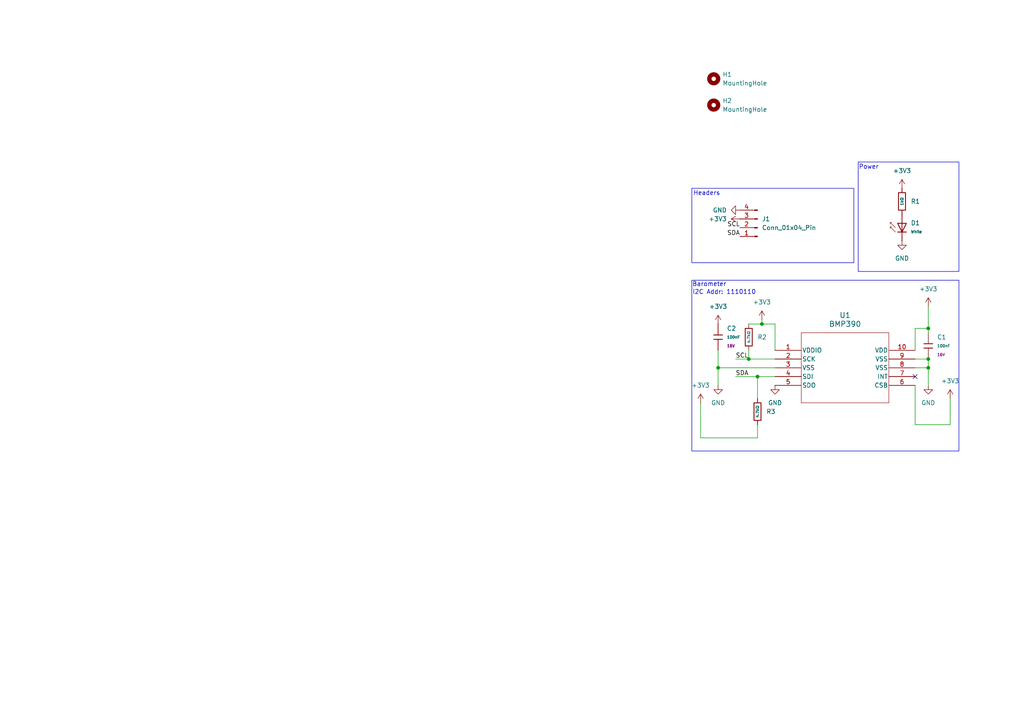
<source format=kicad_sch>
(kicad_sch
	(version 20250114)
	(generator "eeschema")
	(generator_version "9.0")
	(uuid "08c64fe7-f0d6-4331-b55e-65b8f2d44621")
	(paper "A4")
	(lib_symbols
		(symbol "Connector:Conn_01x04_Pin"
			(pin_names
				(offset 1.016)
				(hide yes)
			)
			(exclude_from_sim no)
			(in_bom yes)
			(on_board yes)
			(property "Reference" "J"
				(at 0 5.08 0)
				(effects
					(font
						(size 1.27 1.27)
					)
				)
			)
			(property "Value" "Conn_01x04_Pin"
				(at 0 -7.62 0)
				(effects
					(font
						(size 1.27 1.27)
					)
				)
			)
			(property "Footprint" ""
				(at 0 0 0)
				(effects
					(font
						(size 1.27 1.27)
					)
					(hide yes)
				)
			)
			(property "Datasheet" "~"
				(at 0 0 0)
				(effects
					(font
						(size 1.27 1.27)
					)
					(hide yes)
				)
			)
			(property "Description" "Generic connector, single row, 01x04, script generated"
				(at 0 0 0)
				(effects
					(font
						(size 1.27 1.27)
					)
					(hide yes)
				)
			)
			(property "ki_locked" ""
				(at 0 0 0)
				(effects
					(font
						(size 1.27 1.27)
					)
				)
			)
			(property "ki_keywords" "connector"
				(at 0 0 0)
				(effects
					(font
						(size 1.27 1.27)
					)
					(hide yes)
				)
			)
			(property "ki_fp_filters" "Connector*:*_1x??_*"
				(at 0 0 0)
				(effects
					(font
						(size 1.27 1.27)
					)
					(hide yes)
				)
			)
			(symbol "Conn_01x04_Pin_1_1"
				(rectangle
					(start 0.8636 2.667)
					(end 0 2.413)
					(stroke
						(width 0.1524)
						(type default)
					)
					(fill
						(type outline)
					)
				)
				(rectangle
					(start 0.8636 0.127)
					(end 0 -0.127)
					(stroke
						(width 0.1524)
						(type default)
					)
					(fill
						(type outline)
					)
				)
				(rectangle
					(start 0.8636 -2.413)
					(end 0 -2.667)
					(stroke
						(width 0.1524)
						(type default)
					)
					(fill
						(type outline)
					)
				)
				(rectangle
					(start 0.8636 -4.953)
					(end 0 -5.207)
					(stroke
						(width 0.1524)
						(type default)
					)
					(fill
						(type outline)
					)
				)
				(polyline
					(pts
						(xy 1.27 2.54) (xy 0.8636 2.54)
					)
					(stroke
						(width 0.1524)
						(type default)
					)
					(fill
						(type none)
					)
				)
				(polyline
					(pts
						(xy 1.27 0) (xy 0.8636 0)
					)
					(stroke
						(width 0.1524)
						(type default)
					)
					(fill
						(type none)
					)
				)
				(polyline
					(pts
						(xy 1.27 -2.54) (xy 0.8636 -2.54)
					)
					(stroke
						(width 0.1524)
						(type default)
					)
					(fill
						(type none)
					)
				)
				(polyline
					(pts
						(xy 1.27 -5.08) (xy 0.8636 -5.08)
					)
					(stroke
						(width 0.1524)
						(type default)
					)
					(fill
						(type none)
					)
				)
				(pin passive line
					(at 5.08 2.54 180)
					(length 3.81)
					(name "Pin_1"
						(effects
							(font
								(size 1.27 1.27)
							)
						)
					)
					(number "1"
						(effects
							(font
								(size 1.27 1.27)
							)
						)
					)
				)
				(pin passive line
					(at 5.08 0 180)
					(length 3.81)
					(name "Pin_2"
						(effects
							(font
								(size 1.27 1.27)
							)
						)
					)
					(number "2"
						(effects
							(font
								(size 1.27 1.27)
							)
						)
					)
				)
				(pin passive line
					(at 5.08 -2.54 180)
					(length 3.81)
					(name "Pin_3"
						(effects
							(font
								(size 1.27 1.27)
							)
						)
					)
					(number "3"
						(effects
							(font
								(size 1.27 1.27)
							)
						)
					)
				)
				(pin passive line
					(at 5.08 -5.08 180)
					(length 3.81)
					(name "Pin_4"
						(effects
							(font
								(size 1.27 1.27)
							)
						)
					)
					(number "4"
						(effects
							(font
								(size 1.27 1.27)
							)
						)
					)
				)
			)
			(embedded_fonts no)
		)
		(symbol "GeneralParts:BMP390"
			(pin_names
				(offset 0.254)
			)
			(exclude_from_sim no)
			(in_bom yes)
			(on_board yes)
			(property "Reference" "U"
				(at 20.32 10.16 0)
				(effects
					(font
						(size 1.524 1.524)
					)
				)
			)
			(property "Value" "BMP390"
				(at 20.32 7.62 0)
				(effects
					(font
						(size 1.524 1.524)
					)
				)
			)
			(property "Footprint" "10LGA_2X2X0p75_BOS"
				(at 0 0 0)
				(effects
					(font
						(size 1.27 1.27)
						(italic yes)
					)
					(hide yes)
				)
			)
			(property "Datasheet" "BMP390"
				(at 0 0 0)
				(effects
					(font
						(size 1.27 1.27)
						(italic yes)
					)
					(hide yes)
				)
			)
			(property "Description" ""
				(at 0 0 0)
				(effects
					(font
						(size 1.27 1.27)
					)
					(hide yes)
				)
			)
			(property "ki_locked" ""
				(at 0 0 0)
				(effects
					(font
						(size 1.27 1.27)
					)
				)
			)
			(property "ki_keywords" "BMP390"
				(at 0 0 0)
				(effects
					(font
						(size 1.27 1.27)
					)
					(hide yes)
				)
			)
			(property "ki_fp_filters" "10LGA_2X2X0p75_BOS 10LGA_2X2X0p75_BOS-M 10LGA_2X2X0p75_BOS-L"
				(at 0 0 0)
				(effects
					(font
						(size 1.27 1.27)
					)
					(hide yes)
				)
			)
			(symbol "BMP390_0_1"
				(polyline
					(pts
						(xy 7.62 5.08) (xy 7.62 -15.24)
					)
					(stroke
						(width 0.127)
						(type default)
					)
					(fill
						(type none)
					)
				)
				(polyline
					(pts
						(xy 7.62 -15.24) (xy 33.02 -15.24)
					)
					(stroke
						(width 0.127)
						(type default)
					)
					(fill
						(type none)
					)
				)
				(polyline
					(pts
						(xy 33.02 5.08) (xy 7.62 5.08)
					)
					(stroke
						(width 0.127)
						(type default)
					)
					(fill
						(type none)
					)
				)
				(polyline
					(pts
						(xy 33.02 -15.24) (xy 33.02 5.08)
					)
					(stroke
						(width 0.127)
						(type default)
					)
					(fill
						(type none)
					)
				)
				(pin power_in line
					(at 0 0 0)
					(length 7.62)
					(name "VDDIO"
						(effects
							(font
								(size 1.27 1.27)
							)
						)
					)
					(number "1"
						(effects
							(font
								(size 1.27 1.27)
							)
						)
					)
				)
				(pin input line
					(at 0 -2.54 0)
					(length 7.62)
					(name "SCK"
						(effects
							(font
								(size 1.27 1.27)
							)
						)
					)
					(number "2"
						(effects
							(font
								(size 1.27 1.27)
							)
						)
					)
				)
				(pin power_out line
					(at 0 -5.08 0)
					(length 7.62)
					(name "VSS"
						(effects
							(font
								(size 1.27 1.27)
							)
						)
					)
					(number "3"
						(effects
							(font
								(size 1.27 1.27)
							)
						)
					)
				)
				(pin bidirectional line
					(at 0 -7.62 0)
					(length 7.62)
					(name "SDI"
						(effects
							(font
								(size 1.27 1.27)
							)
						)
					)
					(number "4"
						(effects
							(font
								(size 1.27 1.27)
							)
						)
					)
				)
				(pin bidirectional line
					(at 0 -10.16 0)
					(length 7.62)
					(name "SDO"
						(effects
							(font
								(size 1.27 1.27)
							)
						)
					)
					(number "5"
						(effects
							(font
								(size 1.27 1.27)
							)
						)
					)
				)
				(pin power_in line
					(at 40.64 0 180)
					(length 7.62)
					(name "VDD"
						(effects
							(font
								(size 1.27 1.27)
							)
						)
					)
					(number "10"
						(effects
							(font
								(size 1.27 1.27)
							)
						)
					)
				)
				(pin power_out line
					(at 40.64 -2.54 180)
					(length 7.62)
					(name "VSS"
						(effects
							(font
								(size 1.27 1.27)
							)
						)
					)
					(number "9"
						(effects
							(font
								(size 1.27 1.27)
							)
						)
					)
				)
				(pin power_out line
					(at 40.64 -5.08 180)
					(length 7.62)
					(name "VSS"
						(effects
							(font
								(size 1.27 1.27)
							)
						)
					)
					(number "8"
						(effects
							(font
								(size 1.27 1.27)
							)
						)
					)
				)
				(pin input line
					(at 40.64 -7.62 180)
					(length 7.62)
					(name "INT"
						(effects
							(font
								(size 1.27 1.27)
							)
						)
					)
					(number "7"
						(effects
							(font
								(size 1.27 1.27)
							)
						)
					)
				)
				(pin input line
					(at 40.64 -10.16 180)
					(length 7.62)
					(name "CSB"
						(effects
							(font
								(size 1.27 1.27)
							)
						)
					)
					(number "6"
						(effects
							(font
								(size 1.27 1.27)
							)
						)
					)
				)
			)
			(embedded_fonts no)
		)
		(symbol "Mechanical:MountingHole"
			(pin_names
				(offset 1.016)
			)
			(exclude_from_sim yes)
			(in_bom no)
			(on_board yes)
			(property "Reference" "H"
				(at 0 5.08 0)
				(effects
					(font
						(size 1.27 1.27)
					)
				)
			)
			(property "Value" "MountingHole"
				(at 0 3.175 0)
				(effects
					(font
						(size 1.27 1.27)
					)
				)
			)
			(property "Footprint" ""
				(at 0 0 0)
				(effects
					(font
						(size 1.27 1.27)
					)
					(hide yes)
				)
			)
			(property "Datasheet" "~"
				(at 0 0 0)
				(effects
					(font
						(size 1.27 1.27)
					)
					(hide yes)
				)
			)
			(property "Description" "Mounting Hole without connection"
				(at 0 0 0)
				(effects
					(font
						(size 1.27 1.27)
					)
					(hide yes)
				)
			)
			(property "ki_keywords" "mounting hole"
				(at 0 0 0)
				(effects
					(font
						(size 1.27 1.27)
					)
					(hide yes)
				)
			)
			(property "ki_fp_filters" "MountingHole*"
				(at 0 0 0)
				(effects
					(font
						(size 1.27 1.27)
					)
					(hide yes)
				)
			)
			(symbol "MountingHole_0_1"
				(circle
					(center 0 0)
					(radius 1.27)
					(stroke
						(width 1.27)
						(type default)
					)
					(fill
						(type none)
					)
				)
			)
			(embedded_fonts no)
		)
		(symbol "PCM_JLCPCB-Capacitors:0402,100nF"
			(pin_numbers
				(hide yes)
			)
			(pin_names
				(offset 0)
			)
			(exclude_from_sim no)
			(in_bom yes)
			(on_board yes)
			(property "Reference" "C"
				(at 2.032 1.668 0)
				(effects
					(font
						(size 1.27 1.27)
					)
					(justify left)
				)
			)
			(property "Value" "100nF"
				(at 2.032 -0.3782 0)
				(effects
					(font
						(size 0.8 0.8)
					)
					(justify left)
				)
			)
			(property "Footprint" "PCM_JLCPCB:C_0402"
				(at -1.778 0 90)
				(effects
					(font
						(size 1.27 1.27)
					)
					(hide yes)
				)
			)
			(property "Datasheet" "https://www.lcsc.com/datasheet/lcsc_datasheet_2304140030_Samsung-Electro-Mechanics-CL05B104KO5NNNC_C1525.pdf"
				(at 0 0 0)
				(effects
					(font
						(size 1.27 1.27)
					)
					(hide yes)
				)
			)
			(property "Description" "16V 100nF X7R ±10% 0402 Multilayer Ceramic Capacitors MLCC - SMD/SMT ROHS"
				(at 0 0 0)
				(effects
					(font
						(size 1.27 1.27)
					)
					(hide yes)
				)
			)
			(property "LCSC" "C1525"
				(at 0 0 0)
				(effects
					(font
						(size 1.27 1.27)
					)
					(hide yes)
				)
			)
			(property "Stock" "20208285"
				(at 0 0 0)
				(effects
					(font
						(size 1.27 1.27)
					)
					(hide yes)
				)
			)
			(property "Price" "0.004USD"
				(at 0 0 0)
				(effects
					(font
						(size 1.27 1.27)
					)
					(hide yes)
				)
			)
			(property "Process" "SMT"
				(at 0 0 0)
				(effects
					(font
						(size 1.27 1.27)
					)
					(hide yes)
				)
			)
			(property "Minimum Qty" "20"
				(at 0 0 0)
				(effects
					(font
						(size 1.27 1.27)
					)
					(hide yes)
				)
			)
			(property "Attrition Qty" "10"
				(at 0 0 0)
				(effects
					(font
						(size 1.27 1.27)
					)
					(hide yes)
				)
			)
			(property "Class" "Basic Component"
				(at 0 0 0)
				(effects
					(font
						(size 1.27 1.27)
					)
					(hide yes)
				)
			)
			(property "Category" "Capacitors,Multilayer Ceramic Capacitors MLCC - SMD/SMT"
				(at 0 0 0)
				(effects
					(font
						(size 1.27 1.27)
					)
					(hide yes)
				)
			)
			(property "Manufacturer" "Samsung Electro-Mechanics"
				(at 0 0 0)
				(effects
					(font
						(size 1.27 1.27)
					)
					(hide yes)
				)
			)
			(property "Part" "CL05B104KO5NNNC"
				(at 0 0 0)
				(effects
					(font
						(size 1.27 1.27)
					)
					(hide yes)
				)
			)
			(property "Voltage Rated" "16V"
				(at 2.032 -2.0462 0)
				(effects
					(font
						(size 0.8 0.8)
					)
					(justify left)
				)
			)
			(property "Tolerance" "±10%"
				(at 0 0 0)
				(effects
					(font
						(size 1.27 1.27)
					)
					(hide yes)
				)
			)
			(property "Capacitance" "100nF"
				(at 0 0 0)
				(effects
					(font
						(size 1.27 1.27)
					)
					(hide yes)
				)
			)
			(property "Temperature Coefficient" "X7R"
				(at 0 0 0)
				(effects
					(font
						(size 1.27 1.27)
					)
					(hide yes)
				)
			)
			(property "ki_fp_filters" "C_*"
				(at 0 0 0)
				(effects
					(font
						(size 1.27 1.27)
					)
					(hide yes)
				)
			)
			(symbol "0402,100nF_0_1"
				(polyline
					(pts
						(xy -1.27 0.635) (xy 1.27 0.635)
					)
					(stroke
						(width 0.254)
						(type default)
					)
					(fill
						(type none)
					)
				)
				(polyline
					(pts
						(xy -1.27 -0.635) (xy 1.27 -0.635)
					)
					(stroke
						(width 0.254)
						(type default)
					)
					(fill
						(type none)
					)
				)
			)
			(symbol "0402,100nF_1_1"
				(pin passive line
					(at 0 3.81 270)
					(length 3.175)
					(name "~"
						(effects
							(font
								(size 1.27 1.27)
							)
						)
					)
					(number "1"
						(effects
							(font
								(size 1.27 1.27)
							)
						)
					)
				)
				(pin passive line
					(at 0 -3.81 90)
					(length 3.175)
					(name "~"
						(effects
							(font
								(size 1.27 1.27)
							)
						)
					)
					(number "2"
						(effects
							(font
								(size 1.27 1.27)
							)
						)
					)
				)
			)
			(embedded_fonts no)
		)
		(symbol "PCM_JLCPCB-Diodes:LED,0805,White"
			(pin_numbers
				(hide yes)
			)
			(pin_names
				(offset 0)
			)
			(exclude_from_sim no)
			(in_bom yes)
			(on_board yes)
			(property "Reference" "D"
				(at 2.032 0.834 0)
				(effects
					(font
						(size 1.27 1.27)
					)
					(justify left)
				)
			)
			(property "Value" "White"
				(at 2.032 -1.2122 0)
				(effects
					(font
						(size 0.8 0.8)
					)
					(justify left)
				)
			)
			(property "Footprint" "PCM_JLCPCB:D_0805"
				(at -1.778 0 90)
				(effects
					(font
						(size 1.27 1.27)
					)
					(hide yes)
				)
			)
			(property "Datasheet" "https://www.lcsc.com/datasheet/lcsc_datasheet_2305091500_Hubei-KENTO-Elec-KT-0805W_C34499.pdf"
				(at 0 0 0)
				(effects
					(font
						(size 1.27 1.27)
					)
					(hide yes)
				)
			)
			(property "Description" "0805 LED Indication - Discrete ROHS"
				(at 0 0 0)
				(effects
					(font
						(size 1.27 1.27)
					)
					(hide yes)
				)
			)
			(property "LCSC" "C34499"
				(at 0 0 0)
				(effects
					(font
						(size 1.27 1.27)
					)
					(hide yes)
				)
			)
			(property "Stock" "505726"
				(at 0 0 0)
				(effects
					(font
						(size 1.27 1.27)
					)
					(hide yes)
				)
			)
			(property "Price" "0.020USD"
				(at 0 0 0)
				(effects
					(font
						(size 1.27 1.27)
					)
					(hide yes)
				)
			)
			(property "Process" "SMT"
				(at 0 0 0)
				(effects
					(font
						(size 1.27 1.27)
					)
					(hide yes)
				)
			)
			(property "Minimum Qty" "20"
				(at 0 0 0)
				(effects
					(font
						(size 1.27 1.27)
					)
					(hide yes)
				)
			)
			(property "Attrition Qty" "8"
				(at 0 0 0)
				(effects
					(font
						(size 1.27 1.27)
					)
					(hide yes)
				)
			)
			(property "Class" "Basic Component"
				(at 0 0 0)
				(effects
					(font
						(size 1.27 1.27)
					)
					(hide yes)
				)
			)
			(property "Category" "Optocouplers & LEDs & Infrared,Light Emitting Diodes (LED)"
				(at 0 0 0)
				(effects
					(font
						(size 1.27 1.27)
					)
					(hide yes)
				)
			)
			(property "Manufacturer" "Hubei KENTO Elec"
				(at 0 0 0)
				(effects
					(font
						(size 1.27 1.27)
					)
					(hide yes)
				)
			)
			(property "Part" "KT-0805W"
				(at 0 0 0)
				(effects
					(font
						(size 1.27 1.27)
					)
					(hide yes)
				)
			)
			(property "ki_fp_filters" "D_*"
				(at 0 0 0)
				(effects
					(font
						(size 1.27 1.27)
					)
					(hide yes)
				)
			)
			(symbol "LED,0805,White_0_1"
				(polyline
					(pts
						(xy -1.905 0) (xy -3.429 1.524) (xy -3.429 1.016) (xy -3.429 1.524) (xy -2.921 1.524)
					)
					(stroke
						(width 0.127)
						(type default)
					)
					(fill
						(type none)
					)
				)
				(polyline
					(pts
						(xy -1.905 -1.27) (xy -3.429 0.254) (xy -3.429 -0.254) (xy -3.429 0.254) (xy -2.921 0.254)
					)
					(stroke
						(width 0.127)
						(type default)
					)
					(fill
						(type none)
					)
				)
				(polyline
					(pts
						(xy -1.27 1.27) (xy 0 -1.27) (xy 1.27 1.27) (xy -1.27 1.27)
					)
					(stroke
						(width 0.254)
						(type default)
					)
					(fill
						(type none)
					)
				)
				(polyline
					(pts
						(xy -1.27 -1.27) (xy 1.27 -1.27)
					)
					(stroke
						(width 0.254)
						(type default)
					)
					(fill
						(type none)
					)
				)
			)
			(symbol "LED,0805,White_1_1"
				(pin passive line
					(at 0 3.81 270)
					(length 3.81)
					(name "~"
						(effects
							(font
								(size 1.27 1.27)
							)
						)
					)
					(number "2"
						(effects
							(font
								(size 1.27 1.27)
							)
						)
					)
				)
				(pin passive line
					(at 0 -3.81 90)
					(length 3.81)
					(name "~"
						(effects
							(font
								(size 1.27 1.27)
							)
						)
					)
					(number "1"
						(effects
							(font
								(size 1.27 1.27)
							)
						)
					)
				)
			)
			(embedded_fonts no)
		)
		(symbol "PCM_JLCPCB-Resistors:0402,1kΩ"
			(pin_numbers
				(hide yes)
			)
			(pin_names
				(offset 0)
			)
			(exclude_from_sim no)
			(in_bom yes)
			(on_board yes)
			(property "Reference" "R"
				(at 1.778 0 0)
				(effects
					(font
						(size 1.27 1.27)
					)
					(justify left)
				)
			)
			(property "Value" "1kΩ"
				(at 0 0 90)
				(do_not_autoplace)
				(effects
					(font
						(size 0.8 0.8)
					)
				)
			)
			(property "Footprint" "PCM_JLCPCB:R_0402"
				(at -1.778 0 90)
				(effects
					(font
						(size 1.27 1.27)
					)
					(hide yes)
				)
			)
			(property "Datasheet" "https://www.lcsc.com/datasheet/lcsc_datasheet_2206010216_UNI-ROYAL-Uniroyal-Elec-0402WGF1001TCE_C11702.pdf"
				(at 0 0 0)
				(effects
					(font
						(size 1.27 1.27)
					)
					(hide yes)
				)
			)
			(property "Description" "62.5mW Thick Film Resistors 50V ±100ppm/°C ±1% 1kΩ 0402 Chip Resistor - Surface Mount ROHS"
				(at 0 0 0)
				(effects
					(font
						(size 1.27 1.27)
					)
					(hide yes)
				)
			)
			(property "LCSC" "C11702"
				(at 0 0 0)
				(effects
					(font
						(size 1.27 1.27)
					)
					(hide yes)
				)
			)
			(property "Stock" "13226393"
				(at 0 0 0)
				(effects
					(font
						(size 1.27 1.27)
					)
					(hide yes)
				)
			)
			(property "Price" "0.004USD"
				(at 0 0 0)
				(effects
					(font
						(size 1.27 1.27)
					)
					(hide yes)
				)
			)
			(property "Process" "SMT"
				(at 0 0 0)
				(effects
					(font
						(size 1.27 1.27)
					)
					(hide yes)
				)
			)
			(property "Minimum Qty" "20"
				(at 0 0 0)
				(effects
					(font
						(size 1.27 1.27)
					)
					(hide yes)
				)
			)
			(property "Attrition Qty" "10"
				(at 0 0 0)
				(effects
					(font
						(size 1.27 1.27)
					)
					(hide yes)
				)
			)
			(property "Class" "Basic Component"
				(at 0 0 0)
				(effects
					(font
						(size 1.27 1.27)
					)
					(hide yes)
				)
			)
			(property "Category" "Resistors,Chip Resistor - Surface Mount"
				(at 0 0 0)
				(effects
					(font
						(size 1.27 1.27)
					)
					(hide yes)
				)
			)
			(property "Manufacturer" "UNI-ROYAL(Uniroyal Elec)"
				(at 0 0 0)
				(effects
					(font
						(size 1.27 1.27)
					)
					(hide yes)
				)
			)
			(property "Part" "0402WGF1001TCE"
				(at 0 0 0)
				(effects
					(font
						(size 1.27 1.27)
					)
					(hide yes)
				)
			)
			(property "Resistance" "1kΩ"
				(at 0 0 0)
				(effects
					(font
						(size 1.27 1.27)
					)
					(hide yes)
				)
			)
			(property "Power(Watts)" "62.5mW"
				(at 0 0 0)
				(effects
					(font
						(size 1.27 1.27)
					)
					(hide yes)
				)
			)
			(property "Type" "Thick Film Resistors"
				(at 0 0 0)
				(effects
					(font
						(size 1.27 1.27)
					)
					(hide yes)
				)
			)
			(property "Overload Voltage (Max)" "50V"
				(at 0 0 0)
				(effects
					(font
						(size 1.27 1.27)
					)
					(hide yes)
				)
			)
			(property "Operating Temperature Range" "-55°C~+155°C"
				(at 0 0 0)
				(effects
					(font
						(size 1.27 1.27)
					)
					(hide yes)
				)
			)
			(property "Tolerance" "±1%"
				(at 0 0 0)
				(effects
					(font
						(size 1.27 1.27)
					)
					(hide yes)
				)
			)
			(property "Temperature Coefficient" "±100ppm/°C"
				(at 0 0 0)
				(effects
					(font
						(size 1.27 1.27)
					)
					(hide yes)
				)
			)
			(property "ki_fp_filters" "R_*"
				(at 0 0 0)
				(effects
					(font
						(size 1.27 1.27)
					)
					(hide yes)
				)
			)
			(symbol "0402,1kΩ_0_1"
				(rectangle
					(start -1.016 2.54)
					(end 1.016 -2.54)
					(stroke
						(width 0.254)
						(type default)
					)
					(fill
						(type none)
					)
				)
			)
			(symbol "0402,1kΩ_1_1"
				(pin passive line
					(at 0 3.81 270)
					(length 1.27)
					(name "~"
						(effects
							(font
								(size 1.27 1.27)
							)
						)
					)
					(number "1"
						(effects
							(font
								(size 1.27 1.27)
							)
						)
					)
				)
				(pin passive line
					(at 0 -3.81 90)
					(length 1.27)
					(name "~"
						(effects
							(font
								(size 1.27 1.27)
							)
						)
					)
					(number "2"
						(effects
							(font
								(size 1.27 1.27)
							)
						)
					)
				)
			)
			(embedded_fonts no)
		)
		(symbol "PCM_JLCPCB-Resistors:0402,4.7kΩ"
			(pin_numbers
				(hide yes)
			)
			(pin_names
				(offset 0)
			)
			(exclude_from_sim no)
			(in_bom yes)
			(on_board yes)
			(property "Reference" "R"
				(at 1.778 0 0)
				(effects
					(font
						(size 1.27 1.27)
					)
					(justify left)
				)
			)
			(property "Value" "4.7kΩ"
				(at 0 0 90)
				(do_not_autoplace)
				(effects
					(font
						(size 0.8 0.8)
					)
				)
			)
			(property "Footprint" "PCM_JLCPCB:R_0402"
				(at -1.778 0 90)
				(effects
					(font
						(size 1.27 1.27)
					)
					(hide yes)
				)
			)
			(property "Datasheet" "https://www.lcsc.com/datasheet/lcsc_datasheet_2206010045_UNI-ROYAL-Uniroyal-Elec-0402WGF4701TCE_C25900.pdf"
				(at 0 0 0)
				(effects
					(font
						(size 1.27 1.27)
					)
					(hide yes)
				)
			)
			(property "Description" "62.5mW Thick Film Resistors 50V ±100ppm/°C ±1% 4.7kΩ 0402 Chip Resistor - Surface Mount ROHS"
				(at 0 0 0)
				(effects
					(font
						(size 1.27 1.27)
					)
					(hide yes)
				)
			)
			(property "LCSC" "C25900"
				(at 0 0 0)
				(effects
					(font
						(size 1.27 1.27)
					)
					(hide yes)
				)
			)
			(property "Stock" "7644059"
				(at 0 0 0)
				(effects
					(font
						(size 1.27 1.27)
					)
					(hide yes)
				)
			)
			(property "Price" "0.004USD"
				(at 0 0 0)
				(effects
					(font
						(size 1.27 1.27)
					)
					(hide yes)
				)
			)
			(property "Process" "SMT"
				(at 0 0 0)
				(effects
					(font
						(size 1.27 1.27)
					)
					(hide yes)
				)
			)
			(property "Minimum Qty" "20"
				(at 0 0 0)
				(effects
					(font
						(size 1.27 1.27)
					)
					(hide yes)
				)
			)
			(property "Attrition Qty" "10"
				(at 0 0 0)
				(effects
					(font
						(size 1.27 1.27)
					)
					(hide yes)
				)
			)
			(property "Class" "Basic Component"
				(at 0 0 0)
				(effects
					(font
						(size 1.27 1.27)
					)
					(hide yes)
				)
			)
			(property "Category" "Resistors,Chip Resistor - Surface Mount"
				(at 0 0 0)
				(effects
					(font
						(size 1.27 1.27)
					)
					(hide yes)
				)
			)
			(property "Manufacturer" "UNI-ROYAL(Uniroyal Elec)"
				(at 0 0 0)
				(effects
					(font
						(size 1.27 1.27)
					)
					(hide yes)
				)
			)
			(property "Part" "0402WGF4701TCE"
				(at 0 0 0)
				(effects
					(font
						(size 1.27 1.27)
					)
					(hide yes)
				)
			)
			(property "Resistance" "4.7kΩ"
				(at 0 0 0)
				(effects
					(font
						(size 1.27 1.27)
					)
					(hide yes)
				)
			)
			(property "Power(Watts)" "62.5mW"
				(at 0 0 0)
				(effects
					(font
						(size 1.27 1.27)
					)
					(hide yes)
				)
			)
			(property "Type" "Thick Film Resistors"
				(at 0 0 0)
				(effects
					(font
						(size 1.27 1.27)
					)
					(hide yes)
				)
			)
			(property "Overload Voltage (Max)" "50V"
				(at 0 0 0)
				(effects
					(font
						(size 1.27 1.27)
					)
					(hide yes)
				)
			)
			(property "Operating Temperature Range" "-55°C~+155°C"
				(at 0 0 0)
				(effects
					(font
						(size 1.27 1.27)
					)
					(hide yes)
				)
			)
			(property "Tolerance" "±1%"
				(at 0 0 0)
				(effects
					(font
						(size 1.27 1.27)
					)
					(hide yes)
				)
			)
			(property "Temperature Coefficient" "±100ppm/°C"
				(at 0 0 0)
				(effects
					(font
						(size 1.27 1.27)
					)
					(hide yes)
				)
			)
			(property "ki_fp_filters" "R_*"
				(at 0 0 0)
				(effects
					(font
						(size 1.27 1.27)
					)
					(hide yes)
				)
			)
			(symbol "0402,4.7kΩ_0_1"
				(rectangle
					(start -1.016 2.54)
					(end 1.016 -2.54)
					(stroke
						(width 0.254)
						(type default)
					)
					(fill
						(type none)
					)
				)
			)
			(symbol "0402,4.7kΩ_1_1"
				(pin passive line
					(at 0 3.81 270)
					(length 1.27)
					(name "~"
						(effects
							(font
								(size 1.27 1.27)
							)
						)
					)
					(number "1"
						(effects
							(font
								(size 1.27 1.27)
							)
						)
					)
				)
				(pin passive line
					(at 0 -3.81 90)
					(length 1.27)
					(name "~"
						(effects
							(font
								(size 1.27 1.27)
							)
						)
					)
					(number "2"
						(effects
							(font
								(size 1.27 1.27)
							)
						)
					)
				)
			)
			(embedded_fonts no)
		)
		(symbol "power:+3V3"
			(power)
			(pin_numbers
				(hide yes)
			)
			(pin_names
				(offset 0)
				(hide yes)
			)
			(exclude_from_sim no)
			(in_bom yes)
			(on_board yes)
			(property "Reference" "#PWR"
				(at 0 -3.81 0)
				(effects
					(font
						(size 1.27 1.27)
					)
					(hide yes)
				)
			)
			(property "Value" "+3V3"
				(at 0 3.556 0)
				(effects
					(font
						(size 1.27 1.27)
					)
				)
			)
			(property "Footprint" ""
				(at 0 0 0)
				(effects
					(font
						(size 1.27 1.27)
					)
					(hide yes)
				)
			)
			(property "Datasheet" ""
				(at 0 0 0)
				(effects
					(font
						(size 1.27 1.27)
					)
					(hide yes)
				)
			)
			(property "Description" "Power symbol creates a global label with name \"+3V3\""
				(at 0 0 0)
				(effects
					(font
						(size 1.27 1.27)
					)
					(hide yes)
				)
			)
			(property "ki_keywords" "global power"
				(at 0 0 0)
				(effects
					(font
						(size 1.27 1.27)
					)
					(hide yes)
				)
			)
			(symbol "+3V3_0_1"
				(polyline
					(pts
						(xy -0.762 1.27) (xy 0 2.54)
					)
					(stroke
						(width 0)
						(type default)
					)
					(fill
						(type none)
					)
				)
				(polyline
					(pts
						(xy 0 2.54) (xy 0.762 1.27)
					)
					(stroke
						(width 0)
						(type default)
					)
					(fill
						(type none)
					)
				)
				(polyline
					(pts
						(xy 0 0) (xy 0 2.54)
					)
					(stroke
						(width 0)
						(type default)
					)
					(fill
						(type none)
					)
				)
			)
			(symbol "+3V3_1_1"
				(pin power_in line
					(at 0 0 90)
					(length 0)
					(name "~"
						(effects
							(font
								(size 1.27 1.27)
							)
						)
					)
					(number "1"
						(effects
							(font
								(size 1.27 1.27)
							)
						)
					)
				)
			)
			(embedded_fonts no)
		)
		(symbol "power:GND"
			(power)
			(pin_numbers
				(hide yes)
			)
			(pin_names
				(offset 0)
				(hide yes)
			)
			(exclude_from_sim no)
			(in_bom yes)
			(on_board yes)
			(property "Reference" "#PWR"
				(at 0 -6.35 0)
				(effects
					(font
						(size 1.27 1.27)
					)
					(hide yes)
				)
			)
			(property "Value" "GND"
				(at 0 -3.81 0)
				(effects
					(font
						(size 1.27 1.27)
					)
				)
			)
			(property "Footprint" ""
				(at 0 0 0)
				(effects
					(font
						(size 1.27 1.27)
					)
					(hide yes)
				)
			)
			(property "Datasheet" ""
				(at 0 0 0)
				(effects
					(font
						(size 1.27 1.27)
					)
					(hide yes)
				)
			)
			(property "Description" "Power symbol creates a global label with name \"GND\" , ground"
				(at 0 0 0)
				(effects
					(font
						(size 1.27 1.27)
					)
					(hide yes)
				)
			)
			(property "ki_keywords" "global power"
				(at 0 0 0)
				(effects
					(font
						(size 1.27 1.27)
					)
					(hide yes)
				)
			)
			(symbol "GND_0_1"
				(polyline
					(pts
						(xy 0 0) (xy 0 -1.27) (xy 1.27 -1.27) (xy 0 -2.54) (xy -1.27 -1.27) (xy 0 -1.27)
					)
					(stroke
						(width 0)
						(type default)
					)
					(fill
						(type none)
					)
				)
			)
			(symbol "GND_1_1"
				(pin power_in line
					(at 0 0 270)
					(length 0)
					(name "~"
						(effects
							(font
								(size 1.27 1.27)
							)
						)
					)
					(number "1"
						(effects
							(font
								(size 1.27 1.27)
							)
						)
					)
				)
			)
			(embedded_fonts no)
		)
	)
	(rectangle
		(start 200.66 81.28)
		(end 278.13 130.81)
		(stroke
			(width 0)
			(type default)
		)
		(fill
			(type none)
		)
		(uuid 540dd4d2-0774-40ba-ba18-fc025f94cdaa)
	)
	(rectangle
		(start 200.66 54.61)
		(end 247.65 76.2)
		(stroke
			(width 0)
			(type default)
		)
		(fill
			(type none)
		)
		(uuid a79bb487-110a-48f0-9e2b-6e2ebcdab347)
	)
	(rectangle
		(start 248.92 46.99)
		(end 278.13 78.74)
		(stroke
			(width 0)
			(type default)
		)
		(fill
			(type none)
		)
		(uuid c012950c-55bd-46cb-904c-c7bd6c0dcf2a)
	)
	(text "Barometer"
		(exclude_from_sim no)
		(at 205.74 82.55 0)
		(effects
			(font
				(size 1.27 1.27)
			)
		)
		(uuid "07df8f8a-060e-4ef4-a0e8-ef00597e87c3")
	)
	(text "Power"
		(exclude_from_sim no)
		(at 251.968 48.514 0)
		(effects
			(font
				(size 1.27 1.27)
			)
		)
		(uuid "1e041c04-a727-466a-802f-a520a8df4a2b")
	)
	(text "I2C Addr: 1110110"
		(exclude_from_sim no)
		(at 210.058 84.836 0)
		(effects
			(font
				(size 1.27 1.27)
			)
		)
		(uuid "8ea42506-cf63-471e-ac90-9e2a1db7db37")
	)
	(text "Headers\n"
		(exclude_from_sim no)
		(at 204.978 56.134 0)
		(effects
			(font
				(size 1.27 1.27)
			)
		)
		(uuid "d7928662-ddab-4e20-a061-692a760d5a03")
	)
	(junction
		(at 217.17 104.14)
		(diameter 0)
		(color 0 0 0 0)
		(uuid "0a6b65e7-844f-4778-a2b9-dbf2af01dd5e")
	)
	(junction
		(at 269.24 95.25)
		(diameter 0)
		(color 0 0 0 0)
		(uuid "29769e93-e436-4f40-966f-e30a32813634")
	)
	(junction
		(at 219.71 109.22)
		(diameter 0)
		(color 0 0 0 0)
		(uuid "650ac187-1f24-4ce7-aa37-08c2de649a5e")
	)
	(junction
		(at 269.24 106.68)
		(diameter 0)
		(color 0 0 0 0)
		(uuid "71f8470e-900c-493c-abd9-3cb9941394eb")
	)
	(junction
		(at 208.28 106.68)
		(diameter 0)
		(color 0 0 0 0)
		(uuid "be3c63b0-847d-4db0-8d6a-ad6ae9f9f2f8")
	)
	(junction
		(at 269.24 104.14)
		(diameter 0)
		(color 0 0 0 0)
		(uuid "cf2c2b4c-835c-4db6-8496-7daba4d6ed94")
	)
	(junction
		(at 220.98 93.98)
		(diameter 0)
		(color 0 0 0 0)
		(uuid "d854e92a-f0ff-4ab2-a2c1-7bffa6602826")
	)
	(no_connect
		(at 265.43 109.22)
		(uuid "43e85d05-2565-4e77-809a-d7ac0e4576d7")
	)
	(wire
		(pts
			(xy 269.24 88.9) (xy 269.24 95.25)
		)
		(stroke
			(width 0)
			(type default)
		)
		(uuid "162165ae-71de-45f6-9a5f-6762353ab97d")
	)
	(wire
		(pts
			(xy 220.98 93.98) (xy 224.79 93.98)
		)
		(stroke
			(width 0)
			(type default)
		)
		(uuid "1f9375f5-5f35-4c5f-87c6-0a84c93b9db2")
	)
	(wire
		(pts
			(xy 219.71 109.22) (xy 224.79 109.22)
		)
		(stroke
			(width 0)
			(type default)
		)
		(uuid "3065b104-17d6-47ad-bd0d-f2ec99120f1c")
	)
	(wire
		(pts
			(xy 213.36 109.22) (xy 219.71 109.22)
		)
		(stroke
			(width 0)
			(type default)
		)
		(uuid "4209f277-1c4d-4ac8-b6a7-27990c3b42ab")
	)
	(wire
		(pts
			(xy 208.28 101.6) (xy 208.28 106.68)
		)
		(stroke
			(width 0)
			(type default)
		)
		(uuid "44046d5b-98d1-452d-b2fb-ff1879b50770")
	)
	(wire
		(pts
			(xy 265.43 106.68) (xy 269.24 106.68)
		)
		(stroke
			(width 0)
			(type default)
		)
		(uuid "450add7b-3575-4f2c-9ae9-72ea9713be64")
	)
	(wire
		(pts
			(xy 265.43 123.19) (xy 275.59 123.19)
		)
		(stroke
			(width 0)
			(type default)
		)
		(uuid "56effde9-ca56-4753-8e72-030ed29c7780")
	)
	(wire
		(pts
			(xy 275.59 115.57) (xy 275.59 123.19)
		)
		(stroke
			(width 0)
			(type default)
		)
		(uuid "6d95b0f2-a31a-4da6-b0e8-75b64560dd11")
	)
	(wire
		(pts
			(xy 224.79 93.98) (xy 224.79 101.6)
		)
		(stroke
			(width 0)
			(type default)
		)
		(uuid "7be8ca57-2537-4a4a-ad9a-b880e57091ff")
	)
	(wire
		(pts
			(xy 265.43 104.14) (xy 269.24 104.14)
		)
		(stroke
			(width 0)
			(type default)
		)
		(uuid "7dc1945e-7d42-4aeb-99c9-6dead1881235")
	)
	(wire
		(pts
			(xy 220.98 92.71) (xy 220.98 93.98)
		)
		(stroke
			(width 0)
			(type default)
		)
		(uuid "8cedf1a2-0660-41f5-b63b-bff913747ccd")
	)
	(wire
		(pts
			(xy 219.71 123.19) (xy 219.71 127)
		)
		(stroke
			(width 0)
			(type default)
		)
		(uuid "93bfe1f0-0874-43cb-919a-6a235c1a8ce2")
	)
	(wire
		(pts
			(xy 219.71 127) (xy 203.2 127)
		)
		(stroke
			(width 0)
			(type default)
		)
		(uuid "94c14e37-2f75-4895-a087-aba18eb383eb")
	)
	(wire
		(pts
			(xy 213.36 104.14) (xy 217.17 104.14)
		)
		(stroke
			(width 0)
			(type default)
		)
		(uuid "94ea493a-b91d-4696-adaf-9c940acff062")
	)
	(wire
		(pts
			(xy 265.43 101.6) (xy 265.43 95.25)
		)
		(stroke
			(width 0)
			(type default)
		)
		(uuid "995a65de-5263-47b1-b31d-9efe0aa5315c")
	)
	(wire
		(pts
			(xy 269.24 95.25) (xy 269.24 96.52)
		)
		(stroke
			(width 0)
			(type default)
		)
		(uuid "9d3876da-c54f-4648-a3a6-9b8aa56ba9fc")
	)
	(wire
		(pts
			(xy 265.43 95.25) (xy 269.24 95.25)
		)
		(stroke
			(width 0)
			(type default)
		)
		(uuid "a7901e40-819c-40ad-aacf-9a6ff060403f")
	)
	(wire
		(pts
			(xy 224.79 104.14) (xy 217.17 104.14)
		)
		(stroke
			(width 0)
			(type default)
		)
		(uuid "a8da2636-bd09-453b-a004-b2914d65fc7d")
	)
	(wire
		(pts
			(xy 224.79 106.68) (xy 208.28 106.68)
		)
		(stroke
			(width 0)
			(type default)
		)
		(uuid "b1532402-07ca-4377-af30-c2e15f627954")
	)
	(wire
		(pts
			(xy 219.71 109.22) (xy 219.71 115.57)
		)
		(stroke
			(width 0)
			(type default)
		)
		(uuid "b294d9ef-27b6-4d50-b97c-7b5b35539bb6")
	)
	(wire
		(pts
			(xy 265.43 111.76) (xy 265.43 123.19)
		)
		(stroke
			(width 0)
			(type default)
		)
		(uuid "b88913f2-e7d6-477a-a47b-cbf5924c5dee")
	)
	(wire
		(pts
			(xy 203.2 116.84) (xy 203.2 127)
		)
		(stroke
			(width 0)
			(type default)
		)
		(uuid "d5af1866-019e-4761-b641-a415ef1c571f")
	)
	(wire
		(pts
			(xy 217.17 93.98) (xy 220.98 93.98)
		)
		(stroke
			(width 0)
			(type default)
		)
		(uuid "e58efdb8-519b-403d-8426-f96f947dae34")
	)
	(wire
		(pts
			(xy 208.28 106.68) (xy 208.28 111.76)
		)
		(stroke
			(width 0)
			(type default)
		)
		(uuid "eddb729d-b095-431c-bf36-369f46b95aae")
	)
	(wire
		(pts
			(xy 269.24 104.14) (xy 269.24 106.68)
		)
		(stroke
			(width 0)
			(type default)
		)
		(uuid "f3d14de3-19eb-4a9e-bc8b-3a9253de4d05")
	)
	(wire
		(pts
			(xy 217.17 101.6) (xy 217.17 104.14)
		)
		(stroke
			(width 0)
			(type default)
		)
		(uuid "f67e64b5-eb2b-44ad-b1e9-ac0c0ea25c64")
	)
	(wire
		(pts
			(xy 269.24 106.68) (xy 269.24 111.76)
		)
		(stroke
			(width 0)
			(type default)
		)
		(uuid "f7fcab3a-b450-456b-a172-5960f4d4a584")
	)
	(label "SCL"
		(at 214.63 66.04 180)
		(effects
			(font
				(size 1.27 1.27)
			)
			(justify right bottom)
		)
		(uuid "0218db0a-0193-44a1-aac5-5505820e27ab")
	)
	(label "SDA"
		(at 213.36 109.22 0)
		(effects
			(font
				(size 1.27 1.27)
			)
			(justify left bottom)
		)
		(uuid "58af0e98-6a73-4d28-a7e1-13d9e88a3118")
	)
	(label "SDA"
		(at 214.63 68.58 180)
		(effects
			(font
				(size 1.27 1.27)
			)
			(justify right bottom)
		)
		(uuid "b2b192f7-a3bd-4dbe-b1ab-044aa9cac271")
	)
	(label "SCL"
		(at 213.36 104.14 0)
		(effects
			(font
				(size 1.27 1.27)
			)
			(justify left bottom)
		)
		(uuid "d1c7f92b-485f-4466-9ee3-dff1c516756e")
	)
	(symbol
		(lib_id "power:+3V3")
		(at 269.24 88.9 0)
		(unit 1)
		(exclude_from_sim no)
		(in_bom yes)
		(on_board yes)
		(dnp no)
		(fields_autoplaced yes)
		(uuid "1080ee48-c4e0-4021-a45d-26fe8e302bf4")
		(property "Reference" "#PWR011"
			(at 269.24 92.71 0)
			(effects
				(font
					(size 1.27 1.27)
				)
				(hide yes)
			)
		)
		(property "Value" "+3V3"
			(at 269.24 83.82 0)
			(effects
				(font
					(size 1.27 1.27)
				)
			)
		)
		(property "Footprint" ""
			(at 269.24 88.9 0)
			(effects
				(font
					(size 1.27 1.27)
				)
				(hide yes)
			)
		)
		(property "Datasheet" ""
			(at 269.24 88.9 0)
			(effects
				(font
					(size 1.27 1.27)
				)
				(hide yes)
			)
		)
		(property "Description" "Power symbol creates a global label with name \"+3V3\""
			(at 269.24 88.9 0)
			(effects
				(font
					(size 1.27 1.27)
				)
				(hide yes)
			)
		)
		(pin "1"
			(uuid "365ef952-f13b-4b86-a7ed-bce27fe4149f")
		)
		(instances
			(project ""
				(path "/08c64fe7-f0d6-4331-b55e-65b8f2d44621"
					(reference "#PWR011")
					(unit 1)
				)
			)
		)
	)
	(symbol
		(lib_id "PCM_JLCPCB-Resistors:0402,1kΩ")
		(at 261.62 58.42 0)
		(unit 1)
		(exclude_from_sim no)
		(in_bom yes)
		(on_board yes)
		(dnp no)
		(fields_autoplaced yes)
		(uuid "10f7feda-e36b-42fd-9521-f00c34e288bb")
		(property "Reference" "R1"
			(at 264.16 58.4199 0)
			(effects
				(font
					(size 1.27 1.27)
				)
				(justify left)
			)
		)
		(property "Value" "1kΩ"
			(at 261.62 58.42 90)
			(do_not_autoplace yes)
			(effects
				(font
					(size 0.8 0.8)
				)
			)
		)
		(property "Footprint" "PCM_JLCPCB:R_0402"
			(at 259.842 58.42 90)
			(effects
				(font
					(size 1.27 1.27)
				)
				(hide yes)
			)
		)
		(property "Datasheet" "https://www.lcsc.com/datasheet/lcsc_datasheet_2206010216_UNI-ROYAL-Uniroyal-Elec-0402WGF1001TCE_C11702.pdf"
			(at 261.62 58.42 0)
			(effects
				(font
					(size 1.27 1.27)
				)
				(hide yes)
			)
		)
		(property "Description" "62.5mW Thick Film Resistors 50V ±100ppm/°C ±1% 1kΩ 0402 Chip Resistor - Surface Mount ROHS"
			(at 261.62 58.42 0)
			(effects
				(font
					(size 1.27 1.27)
				)
				(hide yes)
			)
		)
		(property "LCSC" "C11702"
			(at 261.62 58.42 0)
			(effects
				(font
					(size 1.27 1.27)
				)
				(hide yes)
			)
		)
		(property "Stock" "13226393"
			(at 261.62 58.42 0)
			(effects
				(font
					(size 1.27 1.27)
				)
				(hide yes)
			)
		)
		(property "Price" "0.004USD"
			(at 261.62 58.42 0)
			(effects
				(font
					(size 1.27 1.27)
				)
				(hide yes)
			)
		)
		(property "Process" "SMT"
			(at 261.62 58.42 0)
			(effects
				(font
					(size 1.27 1.27)
				)
				(hide yes)
			)
		)
		(property "Minimum Qty" "20"
			(at 261.62 58.42 0)
			(effects
				(font
					(size 1.27 1.27)
				)
				(hide yes)
			)
		)
		(property "Attrition Qty" "10"
			(at 261.62 58.42 0)
			(effects
				(font
					(size 1.27 1.27)
				)
				(hide yes)
			)
		)
		(property "Class" "Basic Component"
			(at 261.62 58.42 0)
			(effects
				(font
					(size 1.27 1.27)
				)
				(hide yes)
			)
		)
		(property "Category" "Resistors,Chip Resistor - Surface Mount"
			(at 261.62 58.42 0)
			(effects
				(font
					(size 1.27 1.27)
				)
				(hide yes)
			)
		)
		(property "Manufacturer" "UNI-ROYAL(Uniroyal Elec)"
			(at 261.62 58.42 0)
			(effects
				(font
					(size 1.27 1.27)
				)
				(hide yes)
			)
		)
		(property "Part" "0402WGF1001TCE"
			(at 261.62 58.42 0)
			(effects
				(font
					(size 1.27 1.27)
				)
				(hide yes)
			)
		)
		(property "Resistance" "1kΩ"
			(at 261.62 58.42 0)
			(effects
				(font
					(size 1.27 1.27)
				)
				(hide yes)
			)
		)
		(property "Power(Watts)" "62.5mW"
			(at 261.62 58.42 0)
			(effects
				(font
					(size 1.27 1.27)
				)
				(hide yes)
			)
		)
		(property "Type" "Thick Film Resistors"
			(at 261.62 58.42 0)
			(effects
				(font
					(size 1.27 1.27)
				)
				(hide yes)
			)
		)
		(property "Overload Voltage (Max)" "50V"
			(at 261.62 58.42 0)
			(effects
				(font
					(size 1.27 1.27)
				)
				(hide yes)
			)
		)
		(property "Operating Temperature Range" "-55°C~+155°C"
			(at 261.62 58.42 0)
			(effects
				(font
					(size 1.27 1.27)
				)
				(hide yes)
			)
		)
		(property "Tolerance" "±1%"
			(at 261.62 58.42 0)
			(effects
				(font
					(size 1.27 1.27)
				)
				(hide yes)
			)
		)
		(property "Temperature Coefficient" "±100ppm/°C"
			(at 261.62 58.42 0)
			(effects
				(font
					(size 1.27 1.27)
				)
				(hide yes)
			)
		)
		(pin "1"
			(uuid "ce3e79cd-0cf9-43e2-aea0-597840d4b71a")
		)
		(pin "2"
			(uuid "297c49a2-5113-4991-892b-1fd084470e31")
		)
		(instances
			(project ""
				(path "/08c64fe7-f0d6-4331-b55e-65b8f2d44621"
					(reference "R1")
					(unit 1)
				)
			)
		)
	)
	(symbol
		(lib_id "Mechanical:MountingHole")
		(at 207.01 30.48 0)
		(unit 1)
		(exclude_from_sim yes)
		(in_bom no)
		(on_board yes)
		(dnp no)
		(fields_autoplaced yes)
		(uuid "16667c04-9ae0-4b59-b8c7-9108c4fe8ccf")
		(property "Reference" "H2"
			(at 209.55 29.2099 0)
			(effects
				(font
					(size 1.27 1.27)
				)
				(justify left)
			)
		)
		(property "Value" "MountingHole"
			(at 209.55 31.7499 0)
			(effects
				(font
					(size 1.27 1.27)
				)
				(justify left)
			)
		)
		(property "Footprint" "MountingHole:MountingHole_2.2mm_M2"
			(at 207.01 30.48 0)
			(effects
				(font
					(size 1.27 1.27)
				)
				(hide yes)
			)
		)
		(property "Datasheet" "~"
			(at 207.01 30.48 0)
			(effects
				(font
					(size 1.27 1.27)
				)
				(hide yes)
			)
		)
		(property "Description" "Mounting Hole without connection"
			(at 207.01 30.48 0)
			(effects
				(font
					(size 1.27 1.27)
				)
				(hide yes)
			)
		)
		(instances
			(project ""
				(path "/08c64fe7-f0d6-4331-b55e-65b8f2d44621"
					(reference "H2")
					(unit 1)
				)
			)
		)
	)
	(symbol
		(lib_id "power:+3V3")
		(at 208.28 93.98 0)
		(unit 1)
		(exclude_from_sim no)
		(in_bom yes)
		(on_board yes)
		(dnp no)
		(fields_autoplaced yes)
		(uuid "17904bcc-c831-4892-868c-9838c2b35bd5")
		(property "Reference" "#PWR07"
			(at 208.28 97.79 0)
			(effects
				(font
					(size 1.27 1.27)
				)
				(hide yes)
			)
		)
		(property "Value" "+3V3"
			(at 208.28 88.9 0)
			(effects
				(font
					(size 1.27 1.27)
				)
			)
		)
		(property "Footprint" ""
			(at 208.28 93.98 0)
			(effects
				(font
					(size 1.27 1.27)
				)
				(hide yes)
			)
		)
		(property "Datasheet" ""
			(at 208.28 93.98 0)
			(effects
				(font
					(size 1.27 1.27)
				)
				(hide yes)
			)
		)
		(property "Description" "Power symbol creates a global label with name \"+3V3\""
			(at 208.28 93.98 0)
			(effects
				(font
					(size 1.27 1.27)
				)
				(hide yes)
			)
		)
		(pin "1"
			(uuid "5683cc46-5e5c-4bac-81b3-ef85740788a8")
		)
		(instances
			(project ""
				(path "/08c64fe7-f0d6-4331-b55e-65b8f2d44621"
					(reference "#PWR07")
					(unit 1)
				)
			)
		)
	)
	(symbol
		(lib_id "Mechanical:MountingHole")
		(at 207.01 22.86 0)
		(unit 1)
		(exclude_from_sim yes)
		(in_bom no)
		(on_board yes)
		(dnp no)
		(fields_autoplaced yes)
		(uuid "232addba-b904-471c-a91f-077957dc9aae")
		(property "Reference" "H1"
			(at 209.55 21.5899 0)
			(effects
				(font
					(size 1.27 1.27)
				)
				(justify left)
			)
		)
		(property "Value" "MountingHole"
			(at 209.55 24.1299 0)
			(effects
				(font
					(size 1.27 1.27)
				)
				(justify left)
			)
		)
		(property "Footprint" "MountingHole:MountingHole_2.2mm_M2"
			(at 207.01 22.86 0)
			(effects
				(font
					(size 1.27 1.27)
				)
				(hide yes)
			)
		)
		(property "Datasheet" "~"
			(at 207.01 22.86 0)
			(effects
				(font
					(size 1.27 1.27)
				)
				(hide yes)
			)
		)
		(property "Description" "Mounting Hole without connection"
			(at 207.01 22.86 0)
			(effects
				(font
					(size 1.27 1.27)
				)
				(hide yes)
			)
		)
		(instances
			(project ""
				(path "/08c64fe7-f0d6-4331-b55e-65b8f2d44621"
					(reference "H1")
					(unit 1)
				)
			)
		)
	)
	(symbol
		(lib_id "PCM_JLCPCB-Resistors:0402,4.7kΩ")
		(at 219.71 119.38 0)
		(unit 1)
		(exclude_from_sim no)
		(in_bom yes)
		(on_board yes)
		(dnp no)
		(fields_autoplaced yes)
		(uuid "2c9d33ad-1177-4a6e-b638-71f7517dcfd6")
		(property "Reference" "R3"
			(at 222.25 119.3799 0)
			(effects
				(font
					(size 1.27 1.27)
				)
				(justify left)
			)
		)
		(property "Value" "4.7kΩ"
			(at 219.71 119.38 90)
			(do_not_autoplace yes)
			(effects
				(font
					(size 0.8 0.8)
				)
			)
		)
		(property "Footprint" "PCM_JLCPCB:R_0402"
			(at 217.932 119.38 90)
			(effects
				(font
					(size 1.27 1.27)
				)
				(hide yes)
			)
		)
		(property "Datasheet" "https://www.lcsc.com/datasheet/lcsc_datasheet_2206010045_UNI-ROYAL-Uniroyal-Elec-0402WGF4701TCE_C25900.pdf"
			(at 219.71 119.38 0)
			(effects
				(font
					(size 1.27 1.27)
				)
				(hide yes)
			)
		)
		(property "Description" "62.5mW Thick Film Resistors 50V ±100ppm/°C ±1% 4.7kΩ 0402 Chip Resistor - Surface Mount ROHS"
			(at 219.71 119.38 0)
			(effects
				(font
					(size 1.27 1.27)
				)
				(hide yes)
			)
		)
		(property "LCSC" "C25900"
			(at 219.71 119.38 0)
			(effects
				(font
					(size 1.27 1.27)
				)
				(hide yes)
			)
		)
		(property "Stock" "7644059"
			(at 219.71 119.38 0)
			(effects
				(font
					(size 1.27 1.27)
				)
				(hide yes)
			)
		)
		(property "Price" "0.004USD"
			(at 219.71 119.38 0)
			(effects
				(font
					(size 1.27 1.27)
				)
				(hide yes)
			)
		)
		(property "Process" "SMT"
			(at 219.71 119.38 0)
			(effects
				(font
					(size 1.27 1.27)
				)
				(hide yes)
			)
		)
		(property "Minimum Qty" "20"
			(at 219.71 119.38 0)
			(effects
				(font
					(size 1.27 1.27)
				)
				(hide yes)
			)
		)
		(property "Attrition Qty" "10"
			(at 219.71 119.38 0)
			(effects
				(font
					(size 1.27 1.27)
				)
				(hide yes)
			)
		)
		(property "Class" "Basic Component"
			(at 219.71 119.38 0)
			(effects
				(font
					(size 1.27 1.27)
				)
				(hide yes)
			)
		)
		(property "Category" "Resistors,Chip Resistor - Surface Mount"
			(at 219.71 119.38 0)
			(effects
				(font
					(size 1.27 1.27)
				)
				(hide yes)
			)
		)
		(property "Manufacturer" "UNI-ROYAL(Uniroyal Elec)"
			(at 219.71 119.38 0)
			(effects
				(font
					(size 1.27 1.27)
				)
				(hide yes)
			)
		)
		(property "Part" "0402WGF4701TCE"
			(at 219.71 119.38 0)
			(effects
				(font
					(size 1.27 1.27)
				)
				(hide yes)
			)
		)
		(property "Resistance" "4.7kΩ"
			(at 219.71 119.38 0)
			(effects
				(font
					(size 1.27 1.27)
				)
				(hide yes)
			)
		)
		(property "Power(Watts)" "62.5mW"
			(at 219.71 119.38 0)
			(effects
				(font
					(size 1.27 1.27)
				)
				(hide yes)
			)
		)
		(property "Type" "Thick Film Resistors"
			(at 219.71 119.38 0)
			(effects
				(font
					(size 1.27 1.27)
				)
				(hide yes)
			)
		)
		(property "Overload Voltage (Max)" "50V"
			(at 219.71 119.38 0)
			(effects
				(font
					(size 1.27 1.27)
				)
				(hide yes)
			)
		)
		(property "Operating Temperature Range" "-55°C~+155°C"
			(at 219.71 119.38 0)
			(effects
				(font
					(size 1.27 1.27)
				)
				(hide yes)
			)
		)
		(property "Tolerance" "±1%"
			(at 219.71 119.38 0)
			(effects
				(font
					(size 1.27 1.27)
				)
				(hide yes)
			)
		)
		(property "Temperature Coefficient" "±100ppm/°C"
			(at 219.71 119.38 0)
			(effects
				(font
					(size 1.27 1.27)
				)
				(hide yes)
			)
		)
		(pin "1"
			(uuid "0ededf19-2ebc-40c8-b559-a8fd104dd275")
		)
		(pin "2"
			(uuid "1e6d84a4-2651-4a8a-a200-54b105e983e0")
		)
		(instances
			(project ""
				(path "/08c64fe7-f0d6-4331-b55e-65b8f2d44621"
					(reference "R3")
					(unit 1)
				)
			)
		)
	)
	(symbol
		(lib_id "power:+3V3")
		(at 220.98 92.71 0)
		(unit 1)
		(exclude_from_sim no)
		(in_bom yes)
		(on_board yes)
		(dnp no)
		(fields_autoplaced yes)
		(uuid "5004c594-4fe7-457b-a7eb-236b8b0cad72")
		(property "Reference" "#PWR09"
			(at 220.98 96.52 0)
			(effects
				(font
					(size 1.27 1.27)
				)
				(hide yes)
			)
		)
		(property "Value" "+3V3"
			(at 220.98 87.63 0)
			(effects
				(font
					(size 1.27 1.27)
				)
			)
		)
		(property "Footprint" ""
			(at 220.98 92.71 0)
			(effects
				(font
					(size 1.27 1.27)
				)
				(hide yes)
			)
		)
		(property "Datasheet" ""
			(at 220.98 92.71 0)
			(effects
				(font
					(size 1.27 1.27)
				)
				(hide yes)
			)
		)
		(property "Description" "Power symbol creates a global label with name \"+3V3\""
			(at 220.98 92.71 0)
			(effects
				(font
					(size 1.27 1.27)
				)
				(hide yes)
			)
		)
		(pin "1"
			(uuid "968bcf68-f7bd-4f11-ac34-e1a90c50b371")
		)
		(instances
			(project ""
				(path "/08c64fe7-f0d6-4331-b55e-65b8f2d44621"
					(reference "#PWR09")
					(unit 1)
				)
			)
		)
	)
	(symbol
		(lib_id "power:+3V3")
		(at 275.59 115.57 0)
		(unit 1)
		(exclude_from_sim no)
		(in_bom yes)
		(on_board yes)
		(dnp no)
		(fields_autoplaced yes)
		(uuid "60780fcd-1b8f-4acd-ba08-b7ae4249efee")
		(property "Reference" "#PWR010"
			(at 275.59 119.38 0)
			(effects
				(font
					(size 1.27 1.27)
				)
				(hide yes)
			)
		)
		(property "Value" "+3V3"
			(at 275.59 110.49 0)
			(effects
				(font
					(size 1.27 1.27)
				)
			)
		)
		(property "Footprint" ""
			(at 275.59 115.57 0)
			(effects
				(font
					(size 1.27 1.27)
				)
				(hide yes)
			)
		)
		(property "Datasheet" ""
			(at 275.59 115.57 0)
			(effects
				(font
					(size 1.27 1.27)
				)
				(hide yes)
			)
		)
		(property "Description" "Power symbol creates a global label with name \"+3V3\""
			(at 275.59 115.57 0)
			(effects
				(font
					(size 1.27 1.27)
				)
				(hide yes)
			)
		)
		(pin "1"
			(uuid "16087654-b526-42c3-9d33-8b62405359f3")
		)
		(instances
			(project ""
				(path "/08c64fe7-f0d6-4331-b55e-65b8f2d44621"
					(reference "#PWR010")
					(unit 1)
				)
			)
		)
	)
	(symbol
		(lib_id "power:GND")
		(at 261.62 69.85 0)
		(unit 1)
		(exclude_from_sim no)
		(in_bom yes)
		(on_board yes)
		(dnp no)
		(fields_autoplaced yes)
		(uuid "60e76183-74ae-4abb-98e8-c770234f2532")
		(property "Reference" "#PWR04"
			(at 261.62 76.2 0)
			(effects
				(font
					(size 1.27 1.27)
				)
				(hide yes)
			)
		)
		(property "Value" "GND"
			(at 261.62 74.93 0)
			(effects
				(font
					(size 1.27 1.27)
				)
			)
		)
		(property "Footprint" ""
			(at 261.62 69.85 0)
			(effects
				(font
					(size 1.27 1.27)
				)
				(hide yes)
			)
		)
		(property "Datasheet" ""
			(at 261.62 69.85 0)
			(effects
				(font
					(size 1.27 1.27)
				)
				(hide yes)
			)
		)
		(property "Description" "Power symbol creates a global label with name \"GND\" , ground"
			(at 261.62 69.85 0)
			(effects
				(font
					(size 1.27 1.27)
				)
				(hide yes)
			)
		)
		(pin "1"
			(uuid "70a5bd17-773a-4c57-8a1e-1f2d32cfad71")
		)
		(instances
			(project ""
				(path "/08c64fe7-f0d6-4331-b55e-65b8f2d44621"
					(reference "#PWR04")
					(unit 1)
				)
			)
		)
	)
	(symbol
		(lib_id "Connector:Conn_01x04_Pin")
		(at 219.71 66.04 180)
		(unit 1)
		(exclude_from_sim no)
		(in_bom yes)
		(on_board yes)
		(dnp no)
		(fields_autoplaced yes)
		(uuid "61c21c28-1775-414e-97cf-b8d81754aa08")
		(property "Reference" "J1"
			(at 220.98 63.4999 0)
			(effects
				(font
					(size 1.27 1.27)
				)
				(justify right)
			)
		)
		(property "Value" "Conn_01x04_Pin"
			(at 220.98 66.0399 0)
			(effects
				(font
					(size 1.27 1.27)
				)
				(justify right)
			)
		)
		(property "Footprint" "Connector_PinHeader_2.54mm:PinHeader_1x04_P2.54mm_Vertical"
			(at 219.71 66.04 0)
			(effects
				(font
					(size 1.27 1.27)
				)
				(hide yes)
			)
		)
		(property "Datasheet" "~"
			(at 219.71 66.04 0)
			(effects
				(font
					(size 1.27 1.27)
				)
				(hide yes)
			)
		)
		(property "Description" "Generic connector, single row, 01x04, script generated"
			(at 219.71 66.04 0)
			(effects
				(font
					(size 1.27 1.27)
				)
				(hide yes)
			)
		)
		(pin "2"
			(uuid "63b34a25-8615-478c-a929-606c34a7ae44")
		)
		(pin "1"
			(uuid "67dbaa67-83f8-4c9f-95b5-36e09dcee21a")
		)
		(pin "4"
			(uuid "70b6f51d-4406-4482-af7c-383f90b6ef09")
		)
		(pin "3"
			(uuid "064f8bfe-2d94-4f2a-943f-736ea27fd469")
		)
		(instances
			(project ""
				(path "/08c64fe7-f0d6-4331-b55e-65b8f2d44621"
					(reference "J1")
					(unit 1)
				)
			)
		)
	)
	(symbol
		(lib_id "power:+3V3")
		(at 261.62 54.61 0)
		(unit 1)
		(exclude_from_sim no)
		(in_bom yes)
		(on_board yes)
		(dnp no)
		(fields_autoplaced yes)
		(uuid "877253fe-9949-475a-a354-10f747587641")
		(property "Reference" "#PWR03"
			(at 261.62 58.42 0)
			(effects
				(font
					(size 1.27 1.27)
				)
				(hide yes)
			)
		)
		(property "Value" "+3V3"
			(at 261.62 49.53 0)
			(effects
				(font
					(size 1.27 1.27)
				)
			)
		)
		(property "Footprint" ""
			(at 261.62 54.61 0)
			(effects
				(font
					(size 1.27 1.27)
				)
				(hide yes)
			)
		)
		(property "Datasheet" ""
			(at 261.62 54.61 0)
			(effects
				(font
					(size 1.27 1.27)
				)
				(hide yes)
			)
		)
		(property "Description" "Power symbol creates a global label with name \"+3V3\""
			(at 261.62 54.61 0)
			(effects
				(font
					(size 1.27 1.27)
				)
				(hide yes)
			)
		)
		(pin "1"
			(uuid "a3394e51-a03b-4d95-9c29-bda1f9cdff5e")
		)
		(instances
			(project ""
				(path "/08c64fe7-f0d6-4331-b55e-65b8f2d44621"
					(reference "#PWR03")
					(unit 1)
				)
			)
		)
	)
	(symbol
		(lib_id "PCM_JLCPCB-Capacitors:0402,100nF")
		(at 269.24 100.33 0)
		(unit 1)
		(exclude_from_sim no)
		(in_bom yes)
		(on_board yes)
		(dnp no)
		(fields_autoplaced yes)
		(uuid "911a9dd6-133f-47f1-80bb-699130be0685")
		(property "Reference" "C1"
			(at 271.78 97.7899 0)
			(effects
				(font
					(size 1.27 1.27)
				)
				(justify left)
			)
		)
		(property "Value" "100nF"
			(at 271.78 100.33 0)
			(effects
				(font
					(size 0.8 0.8)
				)
				(justify left)
			)
		)
		(property "Footprint" "PCM_JLCPCB:C_0402"
			(at 267.462 100.33 90)
			(effects
				(font
					(size 1.27 1.27)
				)
				(hide yes)
			)
		)
		(property "Datasheet" "https://www.lcsc.com/datasheet/lcsc_datasheet_2304140030_Samsung-Electro-Mechanics-CL05B104KO5NNNC_C1525.pdf"
			(at 269.24 100.33 0)
			(effects
				(font
					(size 1.27 1.27)
				)
				(hide yes)
			)
		)
		(property "Description" "16V 100nF X7R ±10% 0402 Multilayer Ceramic Capacitors MLCC - SMD/SMT ROHS"
			(at 269.24 100.33 0)
			(effects
				(font
					(size 1.27 1.27)
				)
				(hide yes)
			)
		)
		(property "LCSC" "C1525"
			(at 269.24 100.33 0)
			(effects
				(font
					(size 1.27 1.27)
				)
				(hide yes)
			)
		)
		(property "Stock" "20208285"
			(at 269.24 100.33 0)
			(effects
				(font
					(size 1.27 1.27)
				)
				(hide yes)
			)
		)
		(property "Price" "0.004USD"
			(at 269.24 100.33 0)
			(effects
				(font
					(size 1.27 1.27)
				)
				(hide yes)
			)
		)
		(property "Process" "SMT"
			(at 269.24 100.33 0)
			(effects
				(font
					(size 1.27 1.27)
				)
				(hide yes)
			)
		)
		(property "Minimum Qty" "20"
			(at 269.24 100.33 0)
			(effects
				(font
					(size 1.27 1.27)
				)
				(hide yes)
			)
		)
		(property "Attrition Qty" "10"
			(at 269.24 100.33 0)
			(effects
				(font
					(size 1.27 1.27)
				)
				(hide yes)
			)
		)
		(property "Class" "Basic Component"
			(at 269.24 100.33 0)
			(effects
				(font
					(size 1.27 1.27)
				)
				(hide yes)
			)
		)
		(property "Category" "Capacitors,Multilayer Ceramic Capacitors MLCC - SMD/SMT"
			(at 269.24 100.33 0)
			(effects
				(font
					(size 1.27 1.27)
				)
				(hide yes)
			)
		)
		(property "Manufacturer" "Samsung Electro-Mechanics"
			(at 269.24 100.33 0)
			(effects
				(font
					(size 1.27 1.27)
				)
				(hide yes)
			)
		)
		(property "Part" "CL05B104KO5NNNC"
			(at 269.24 100.33 0)
			(effects
				(font
					(size 1.27 1.27)
				)
				(hide yes)
			)
		)
		(property "Voltage Rated" "16V"
			(at 271.78 102.87 0)
			(effects
				(font
					(size 0.8 0.8)
				)
				(justify left)
			)
		)
		(property "Tolerance" "±10%"
			(at 269.24 100.33 0)
			(effects
				(font
					(size 1.27 1.27)
				)
				(hide yes)
			)
		)
		(property "Capacitance" "100nF"
			(at 269.24 100.33 0)
			(effects
				(font
					(size 1.27 1.27)
				)
				(hide yes)
			)
		)
		(property "Temperature Coefficient" "X7R"
			(at 269.24 100.33 0)
			(effects
				(font
					(size 1.27 1.27)
				)
				(hide yes)
			)
		)
		(pin "1"
			(uuid "43a798a3-9e46-445c-a474-adb437a49e4a")
		)
		(pin "2"
			(uuid "dc0def7b-101e-4a87-a042-3b20c2cecf1e")
		)
		(instances
			(project ""
				(path "/08c64fe7-f0d6-4331-b55e-65b8f2d44621"
					(reference "C1")
					(unit 1)
				)
			)
		)
	)
	(symbol
		(lib_id "PCM_JLCPCB-Diodes:LED,0805,White")
		(at 261.62 66.04 0)
		(unit 1)
		(exclude_from_sim no)
		(in_bom yes)
		(on_board yes)
		(dnp no)
		(fields_autoplaced yes)
		(uuid "97eb46e3-1d70-464c-9aa4-6144f4aea3e6")
		(property "Reference" "D1"
			(at 264.16 64.6746 0)
			(effects
				(font
					(size 1.27 1.27)
				)
				(justify left)
			)
		)
		(property "Value" "White"
			(at 264.16 67.2147 0)
			(effects
				(font
					(size 0.8 0.8)
				)
				(justify left)
			)
		)
		(property "Footprint" "PCM_JLCPCB:D_0805"
			(at 259.842 66.04 90)
			(effects
				(font
					(size 1.27 1.27)
				)
				(hide yes)
			)
		)
		(property "Datasheet" "https://www.lcsc.com/datasheet/lcsc_datasheet_2305091500_Hubei-KENTO-Elec-KT-0805W_C34499.pdf"
			(at 261.62 66.04 0)
			(effects
				(font
					(size 1.27 1.27)
				)
				(hide yes)
			)
		)
		(property "Description" "0805 LED Indication - Discrete ROHS"
			(at 261.62 66.04 0)
			(effects
				(font
					(size 1.27 1.27)
				)
				(hide yes)
			)
		)
		(property "LCSC" "C34499"
			(at 261.62 66.04 0)
			(effects
				(font
					(size 1.27 1.27)
				)
				(hide yes)
			)
		)
		(property "Stock" "505726"
			(at 261.62 66.04 0)
			(effects
				(font
					(size 1.27 1.27)
				)
				(hide yes)
			)
		)
		(property "Price" "0.020USD"
			(at 261.62 66.04 0)
			(effects
				(font
					(size 1.27 1.27)
				)
				(hide yes)
			)
		)
		(property "Process" "SMT"
			(at 261.62 66.04 0)
			(effects
				(font
					(size 1.27 1.27)
				)
				(hide yes)
			)
		)
		(property "Minimum Qty" "20"
			(at 261.62 66.04 0)
			(effects
				(font
					(size 1.27 1.27)
				)
				(hide yes)
			)
		)
		(property "Attrition Qty" "8"
			(at 261.62 66.04 0)
			(effects
				(font
					(size 1.27 1.27)
				)
				(hide yes)
			)
		)
		(property "Class" "Basic Component"
			(at 261.62 66.04 0)
			(effects
				(font
					(size 1.27 1.27)
				)
				(hide yes)
			)
		)
		(property "Category" "Optocouplers & LEDs & Infrared,Light Emitting Diodes (LED)"
			(at 261.62 66.04 0)
			(effects
				(font
					(size 1.27 1.27)
				)
				(hide yes)
			)
		)
		(property "Manufacturer" "Hubei KENTO Elec"
			(at 261.62 66.04 0)
			(effects
				(font
					(size 1.27 1.27)
				)
				(hide yes)
			)
		)
		(property "Part" "KT-0805W"
			(at 261.62 66.04 0)
			(effects
				(font
					(size 1.27 1.27)
				)
				(hide yes)
			)
		)
		(pin "2"
			(uuid "c68f7886-815d-4d16-bb26-3acf9b154697")
		)
		(pin "1"
			(uuid "81740d21-607a-4e14-9227-fb793fa467ac")
		)
		(instances
			(project ""
				(path "/08c64fe7-f0d6-4331-b55e-65b8f2d44621"
					(reference "D1")
					(unit 1)
				)
			)
		)
	)
	(symbol
		(lib_id "PCM_JLCPCB-Capacitors:0402,100nF")
		(at 208.28 97.79 0)
		(unit 1)
		(exclude_from_sim no)
		(in_bom yes)
		(on_board yes)
		(dnp no)
		(fields_autoplaced yes)
		(uuid "a72b738d-3f52-4fa0-9c2b-1b6bbc25897b")
		(property "Reference" "C2"
			(at 210.82 95.2499 0)
			(effects
				(font
					(size 1.27 1.27)
				)
				(justify left)
			)
		)
		(property "Value" "100nF"
			(at 210.82 97.79 0)
			(effects
				(font
					(size 0.8 0.8)
				)
				(justify left)
			)
		)
		(property "Footprint" "PCM_JLCPCB:C_0402"
			(at 206.502 97.79 90)
			(effects
				(font
					(size 1.27 1.27)
				)
				(hide yes)
			)
		)
		(property "Datasheet" "https://www.lcsc.com/datasheet/lcsc_datasheet_2304140030_Samsung-Electro-Mechanics-CL05B104KO5NNNC_C1525.pdf"
			(at 208.28 97.79 0)
			(effects
				(font
					(size 1.27 1.27)
				)
				(hide yes)
			)
		)
		(property "Description" "16V 100nF X7R ±10% 0402 Multilayer Ceramic Capacitors MLCC - SMD/SMT ROHS"
			(at 208.28 97.79 0)
			(effects
				(font
					(size 1.27 1.27)
				)
				(hide yes)
			)
		)
		(property "LCSC" "C1525"
			(at 208.28 97.79 0)
			(effects
				(font
					(size 1.27 1.27)
				)
				(hide yes)
			)
		)
		(property "Stock" "20208285"
			(at 208.28 97.79 0)
			(effects
				(font
					(size 1.27 1.27)
				)
				(hide yes)
			)
		)
		(property "Price" "0.004USD"
			(at 208.28 97.79 0)
			(effects
				(font
					(size 1.27 1.27)
				)
				(hide yes)
			)
		)
		(property "Process" "SMT"
			(at 208.28 97.79 0)
			(effects
				(font
					(size 1.27 1.27)
				)
				(hide yes)
			)
		)
		(property "Minimum Qty" "20"
			(at 208.28 97.79 0)
			(effects
				(font
					(size 1.27 1.27)
				)
				(hide yes)
			)
		)
		(property "Attrition Qty" "10"
			(at 208.28 97.79 0)
			(effects
				(font
					(size 1.27 1.27)
				)
				(hide yes)
			)
		)
		(property "Class" "Basic Component"
			(at 208.28 97.79 0)
			(effects
				(font
					(size 1.27 1.27)
				)
				(hide yes)
			)
		)
		(property "Category" "Capacitors,Multilayer Ceramic Capacitors MLCC - SMD/SMT"
			(at 208.28 97.79 0)
			(effects
				(font
					(size 1.27 1.27)
				)
				(hide yes)
			)
		)
		(property "Manufacturer" "Samsung Electro-Mechanics"
			(at 208.28 97.79 0)
			(effects
				(font
					(size 1.27 1.27)
				)
				(hide yes)
			)
		)
		(property "Part" "CL05B104KO5NNNC"
			(at 208.28 97.79 0)
			(effects
				(font
					(size 1.27 1.27)
				)
				(hide yes)
			)
		)
		(property "Voltage Rated" "16V"
			(at 210.82 100.33 0)
			(effects
				(font
					(size 0.8 0.8)
				)
				(justify left)
			)
		)
		(property "Tolerance" "±10%"
			(at 208.28 97.79 0)
			(effects
				(font
					(size 1.27 1.27)
				)
				(hide yes)
			)
		)
		(property "Capacitance" "100nF"
			(at 208.28 97.79 0)
			(effects
				(font
					(size 1.27 1.27)
				)
				(hide yes)
			)
		)
		(property "Temperature Coefficient" "X7R"
			(at 208.28 97.79 0)
			(effects
				(font
					(size 1.27 1.27)
				)
				(hide yes)
			)
		)
		(pin "1"
			(uuid "66087324-1bf3-4fcc-bbab-41966195135b")
		)
		(pin "2"
			(uuid "82a0d4b6-5de1-4401-b5c9-932fefb41336")
		)
		(instances
			(project ""
				(path "/08c64fe7-f0d6-4331-b55e-65b8f2d44621"
					(reference "C2")
					(unit 1)
				)
			)
		)
	)
	(symbol
		(lib_id "power:GND")
		(at 214.63 60.96 270)
		(unit 1)
		(exclude_from_sim no)
		(in_bom yes)
		(on_board yes)
		(dnp no)
		(fields_autoplaced yes)
		(uuid "ab707ccf-5648-4df5-9afe-1c57e0753075")
		(property "Reference" "#PWR013"
			(at 208.28 60.96 0)
			(effects
				(font
					(size 1.27 1.27)
				)
				(hide yes)
			)
		)
		(property "Value" "GND"
			(at 210.82 60.9599 90)
			(effects
				(font
					(size 1.27 1.27)
				)
				(justify right)
			)
		)
		(property "Footprint" ""
			(at 214.63 60.96 0)
			(effects
				(font
					(size 1.27 1.27)
				)
				(hide yes)
			)
		)
		(property "Datasheet" ""
			(at 214.63 60.96 0)
			(effects
				(font
					(size 1.27 1.27)
				)
				(hide yes)
			)
		)
		(property "Description" "Power symbol creates a global label with name \"GND\" , ground"
			(at 214.63 60.96 0)
			(effects
				(font
					(size 1.27 1.27)
				)
				(hide yes)
			)
		)
		(pin "1"
			(uuid "ff24dcfd-ac56-4a59-b776-79f034973647")
		)
		(instances
			(project ""
				(path "/08c64fe7-f0d6-4331-b55e-65b8f2d44621"
					(reference "#PWR013")
					(unit 1)
				)
			)
		)
	)
	(symbol
		(lib_id "power:+3V3")
		(at 203.2 116.84 0)
		(unit 1)
		(exclude_from_sim no)
		(in_bom yes)
		(on_board yes)
		(dnp no)
		(fields_autoplaced yes)
		(uuid "b758335d-3aa3-4991-9a55-7a6ecc4a09c7")
		(property "Reference" "#PWR02"
			(at 203.2 120.65 0)
			(effects
				(font
					(size 1.27 1.27)
				)
				(hide yes)
			)
		)
		(property "Value" "+3V3"
			(at 203.2 111.76 0)
			(effects
				(font
					(size 1.27 1.27)
				)
			)
		)
		(property "Footprint" ""
			(at 203.2 116.84 0)
			(effects
				(font
					(size 1.27 1.27)
				)
				(hide yes)
			)
		)
		(property "Datasheet" ""
			(at 203.2 116.84 0)
			(effects
				(font
					(size 1.27 1.27)
				)
				(hide yes)
			)
		)
		(property "Description" "Power symbol creates a global label with name \"+3V3\""
			(at 203.2 116.84 0)
			(effects
				(font
					(size 1.27 1.27)
				)
				(hide yes)
			)
		)
		(pin "1"
			(uuid "59469aea-ed81-4474-bb2e-40722d9d1b34")
		)
		(instances
			(project ""
				(path "/08c64fe7-f0d6-4331-b55e-65b8f2d44621"
					(reference "#PWR02")
					(unit 1)
				)
			)
		)
	)
	(symbol
		(lib_id "PCM_JLCPCB-Resistors:0402,4.7kΩ")
		(at 217.17 97.79 0)
		(unit 1)
		(exclude_from_sim no)
		(in_bom yes)
		(on_board yes)
		(dnp no)
		(fields_autoplaced yes)
		(uuid "b885333a-65d3-4986-ac4a-c2d3b725a0cb")
		(property "Reference" "R2"
			(at 219.71 97.7899 0)
			(effects
				(font
					(size 1.27 1.27)
				)
				(justify left)
			)
		)
		(property "Value" "4.7kΩ"
			(at 217.17 97.79 90)
			(do_not_autoplace yes)
			(effects
				(font
					(size 0.8 0.8)
				)
			)
		)
		(property "Footprint" "PCM_JLCPCB:R_0402"
			(at 215.392 97.79 90)
			(effects
				(font
					(size 1.27 1.27)
				)
				(hide yes)
			)
		)
		(property "Datasheet" "https://www.lcsc.com/datasheet/lcsc_datasheet_2206010045_UNI-ROYAL-Uniroyal-Elec-0402WGF4701TCE_C25900.pdf"
			(at 217.17 97.79 0)
			(effects
				(font
					(size 1.27 1.27)
				)
				(hide yes)
			)
		)
		(property "Description" "62.5mW Thick Film Resistors 50V ±100ppm/°C ±1% 4.7kΩ 0402 Chip Resistor - Surface Mount ROHS"
			(at 217.17 97.79 0)
			(effects
				(font
					(size 1.27 1.27)
				)
				(hide yes)
			)
		)
		(property "LCSC" "C25900"
			(at 217.17 97.79 0)
			(effects
				(font
					(size 1.27 1.27)
				)
				(hide yes)
			)
		)
		(property "Stock" "7644059"
			(at 217.17 97.79 0)
			(effects
				(font
					(size 1.27 1.27)
				)
				(hide yes)
			)
		)
		(property "Price" "0.004USD"
			(at 217.17 97.79 0)
			(effects
				(font
					(size 1.27 1.27)
				)
				(hide yes)
			)
		)
		(property "Process" "SMT"
			(at 217.17 97.79 0)
			(effects
				(font
					(size 1.27 1.27)
				)
				(hide yes)
			)
		)
		(property "Minimum Qty" "20"
			(at 217.17 97.79 0)
			(effects
				(font
					(size 1.27 1.27)
				)
				(hide yes)
			)
		)
		(property "Attrition Qty" "10"
			(at 217.17 97.79 0)
			(effects
				(font
					(size 1.27 1.27)
				)
				(hide yes)
			)
		)
		(property "Class" "Basic Component"
			(at 217.17 97.79 0)
			(effects
				(font
					(size 1.27 1.27)
				)
				(hide yes)
			)
		)
		(property "Category" "Resistors,Chip Resistor - Surface Mount"
			(at 217.17 97.79 0)
			(effects
				(font
					(size 1.27 1.27)
				)
				(hide yes)
			)
		)
		(property "Manufacturer" "UNI-ROYAL(Uniroyal Elec)"
			(at 217.17 97.79 0)
			(effects
				(font
					(size 1.27 1.27)
				)
				(hide yes)
			)
		)
		(property "Part" "0402WGF4701TCE"
			(at 217.17 97.79 0)
			(effects
				(font
					(size 1.27 1.27)
				)
				(hide yes)
			)
		)
		(property "Resistance" "4.7kΩ"
			(at 217.17 97.79 0)
			(effects
				(font
					(size 1.27 1.27)
				)
				(hide yes)
			)
		)
		(property "Power(Watts)" "62.5mW"
			(at 217.17 97.79 0)
			(effects
				(font
					(size 1.27 1.27)
				)
				(hide yes)
			)
		)
		(property "Type" "Thick Film Resistors"
			(at 217.17 97.79 0)
			(effects
				(font
					(size 1.27 1.27)
				)
				(hide yes)
			)
		)
		(property "Overload Voltage (Max)" "50V"
			(at 217.17 97.79 0)
			(effects
				(font
					(size 1.27 1.27)
				)
				(hide yes)
			)
		)
		(property "Operating Temperature Range" "-55°C~+155°C"
			(at 217.17 97.79 0)
			(effects
				(font
					(size 1.27 1.27)
				)
				(hide yes)
			)
		)
		(property "Tolerance" "±1%"
			(at 217.17 97.79 0)
			(effects
				(font
					(size 1.27 1.27)
				)
				(hide yes)
			)
		)
		(property "Temperature Coefficient" "±100ppm/°C"
			(at 217.17 97.79 0)
			(effects
				(font
					(size 1.27 1.27)
				)
				(hide yes)
			)
		)
		(pin "2"
			(uuid "d38a8cb7-6087-4d50-9659-667861f53aa7")
		)
		(pin "1"
			(uuid "b972686b-6389-4182-95e0-49948d76989d")
		)
		(instances
			(project ""
				(path "/08c64fe7-f0d6-4331-b55e-65b8f2d44621"
					(reference "R2")
					(unit 1)
				)
			)
		)
	)
	(symbol
		(lib_id "GeneralParts:BMP390")
		(at 224.79 101.6 0)
		(unit 1)
		(exclude_from_sim no)
		(in_bom yes)
		(on_board yes)
		(dnp no)
		(fields_autoplaced yes)
		(uuid "c3284003-72fb-4c8e-8fc5-ff4d4082f1fb")
		(property "Reference" "U1"
			(at 245.11 91.44 0)
			(effects
				(font
					(size 1.524 1.524)
				)
			)
		)
		(property "Value" "BMP390"
			(at 245.11 93.98 0)
			(effects
				(font
					(size 1.524 1.524)
				)
			)
		)
		(property "Footprint" "GeneralLibrary:10LGA_2X2X0p75_BOS"
			(at 224.79 101.6 0)
			(effects
				(font
					(size 1.27 1.27)
					(italic yes)
				)
				(hide yes)
			)
		)
		(property "Datasheet" "BMP390"
			(at 224.79 101.6 0)
			(effects
				(font
					(size 1.27 1.27)
					(italic yes)
				)
				(hide yes)
			)
		)
		(property "Description" ""
			(at 224.79 101.6 0)
			(effects
				(font
					(size 1.27 1.27)
				)
				(hide yes)
			)
		)
		(pin "2"
			(uuid "c9716b0f-9b9e-4291-94a2-3b78d1b5e4f8")
		)
		(pin "3"
			(uuid "cdb4a072-225f-4d96-be71-cc323f93c7e1")
		)
		(pin "8"
			(uuid "056c2cb8-8453-45ae-aef2-516e58c6fd05")
		)
		(pin "4"
			(uuid "81717b9e-1c67-4bb2-935d-da97f6ffe27d")
		)
		(pin "9"
			(uuid "20ac602b-ed7c-4c8c-afb1-3efbe9c69f94")
		)
		(pin "6"
			(uuid "8f2f04b6-3249-4388-8f66-472fd188aeee")
		)
		(pin "10"
			(uuid "cc7563e0-a4f8-49a0-bacd-e37a5903eeb3")
		)
		(pin "1"
			(uuid "0d412fc9-764e-40fb-8fcb-cac99970a046")
		)
		(pin "7"
			(uuid "376a549b-b158-4aee-bbe3-177ea6fe0046")
		)
		(pin "5"
			(uuid "c669989d-2505-40d4-a5a1-3cadf3bed631")
		)
		(instances
			(project ""
				(path "/08c64fe7-f0d6-4331-b55e-65b8f2d44621"
					(reference "U1")
					(unit 1)
				)
			)
		)
	)
	(symbol
		(lib_id "power:GND")
		(at 208.28 111.76 0)
		(unit 1)
		(exclude_from_sim no)
		(in_bom yes)
		(on_board yes)
		(dnp no)
		(fields_autoplaced yes)
		(uuid "c8157f9b-cdf7-46d8-b8ff-d277c31705aa")
		(property "Reference" "#PWR06"
			(at 208.28 118.11 0)
			(effects
				(font
					(size 1.27 1.27)
				)
				(hide yes)
			)
		)
		(property "Value" "GND"
			(at 208.28 116.84 0)
			(effects
				(font
					(size 1.27 1.27)
				)
			)
		)
		(property "Footprint" ""
			(at 208.28 111.76 0)
			(effects
				(font
					(size 1.27 1.27)
				)
				(hide yes)
			)
		)
		(property "Datasheet" ""
			(at 208.28 111.76 0)
			(effects
				(font
					(size 1.27 1.27)
				)
				(hide yes)
			)
		)
		(property "Description" "Power symbol creates a global label with name \"GND\" , ground"
			(at 208.28 111.76 0)
			(effects
				(font
					(size 1.27 1.27)
				)
				(hide yes)
			)
		)
		(pin "1"
			(uuid "fe793de2-541f-4127-8f14-914150854370")
		)
		(instances
			(project ""
				(path "/08c64fe7-f0d6-4331-b55e-65b8f2d44621"
					(reference "#PWR06")
					(unit 1)
				)
			)
		)
	)
	(symbol
		(lib_id "power:GND")
		(at 224.79 111.76 0)
		(unit 1)
		(exclude_from_sim no)
		(in_bom yes)
		(on_board yes)
		(dnp no)
		(fields_autoplaced yes)
		(uuid "d6e0dbc9-b91b-4447-80fa-178a7c4dde5a")
		(property "Reference" "#PWR08"
			(at 224.79 118.11 0)
			(effects
				(font
					(size 1.27 1.27)
				)
				(hide yes)
			)
		)
		(property "Value" "GND"
			(at 224.79 116.84 0)
			(effects
				(font
					(size 1.27 1.27)
				)
			)
		)
		(property "Footprint" ""
			(at 224.79 111.76 0)
			(effects
				(font
					(size 1.27 1.27)
				)
				(hide yes)
			)
		)
		(property "Datasheet" ""
			(at 224.79 111.76 0)
			(effects
				(font
					(size 1.27 1.27)
				)
				(hide yes)
			)
		)
		(property "Description" "Power symbol creates a global label with name \"GND\" , ground"
			(at 224.79 111.76 0)
			(effects
				(font
					(size 1.27 1.27)
				)
				(hide yes)
			)
		)
		(pin "1"
			(uuid "1285d03a-b227-4fe8-8345-e3464b5bc272")
		)
		(instances
			(project ""
				(path "/08c64fe7-f0d6-4331-b55e-65b8f2d44621"
					(reference "#PWR08")
					(unit 1)
				)
			)
		)
	)
	(symbol
		(lib_id "power:+3V3")
		(at 214.63 63.5 90)
		(unit 1)
		(exclude_from_sim no)
		(in_bom yes)
		(on_board yes)
		(dnp no)
		(fields_autoplaced yes)
		(uuid "eeb5c223-dc47-4a71-9a9c-02ea69051e32")
		(property "Reference" "#PWR01"
			(at 218.44 63.5 0)
			(effects
				(font
					(size 1.27 1.27)
				)
				(hide yes)
			)
		)
		(property "Value" "+3V3"
			(at 210.82 63.4999 90)
			(effects
				(font
					(size 1.27 1.27)
				)
				(justify left)
			)
		)
		(property "Footprint" ""
			(at 214.63 63.5 0)
			(effects
				(font
					(size 1.27 1.27)
				)
				(hide yes)
			)
		)
		(property "Datasheet" ""
			(at 214.63 63.5 0)
			(effects
				(font
					(size 1.27 1.27)
				)
				(hide yes)
			)
		)
		(property "Description" "Power symbol creates a global label with name \"+3V3\""
			(at 214.63 63.5 0)
			(effects
				(font
					(size 1.27 1.27)
				)
				(hide yes)
			)
		)
		(pin "1"
			(uuid "6902ea11-475f-45e2-b7f1-09f14240369b")
		)
		(instances
			(project ""
				(path "/08c64fe7-f0d6-4331-b55e-65b8f2d44621"
					(reference "#PWR01")
					(unit 1)
				)
			)
		)
	)
	(symbol
		(lib_id "power:GND")
		(at 269.24 111.76 0)
		(unit 1)
		(exclude_from_sim no)
		(in_bom yes)
		(on_board yes)
		(dnp no)
		(fields_autoplaced yes)
		(uuid "f85871f6-35a9-4097-a340-aea497c245b2")
		(property "Reference" "#PWR05"
			(at 269.24 118.11 0)
			(effects
				(font
					(size 1.27 1.27)
				)
				(hide yes)
			)
		)
		(property "Value" "GND"
			(at 269.24 116.84 0)
			(effects
				(font
					(size 1.27 1.27)
				)
			)
		)
		(property "Footprint" ""
			(at 269.24 111.76 0)
			(effects
				(font
					(size 1.27 1.27)
				)
				(hide yes)
			)
		)
		(property "Datasheet" ""
			(at 269.24 111.76 0)
			(effects
				(font
					(size 1.27 1.27)
				)
				(hide yes)
			)
		)
		(property "Description" "Power symbol creates a global label with name \"GND\" , ground"
			(at 269.24 111.76 0)
			(effects
				(font
					(size 1.27 1.27)
				)
				(hide yes)
			)
		)
		(pin "1"
			(uuid "82446e04-f293-410e-9817-efb86b9ff3e4")
		)
		(instances
			(project ""
				(path "/08c64fe7-f0d6-4331-b55e-65b8f2d44621"
					(reference "#PWR05")
					(unit 1)
				)
			)
		)
	)
	(sheet_instances
		(path "/"
			(page "1")
		)
	)
	(embedded_fonts no)
)

</source>
